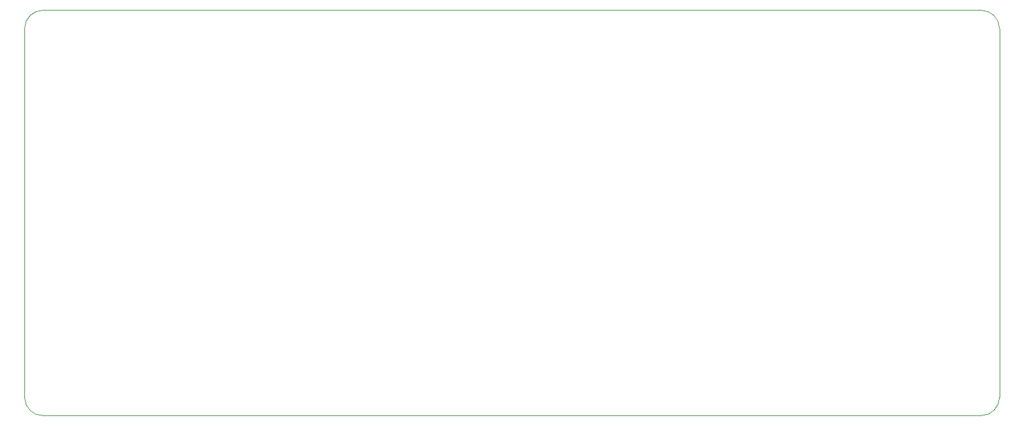
<source format=gbr>
%TF.GenerationSoftware,KiCad,Pcbnew,9.0.2*%
%TF.CreationDate,2025-06-20T14:11:32+05:30*%
%TF.ProjectId,clock,636c6f63-6b2e-46b6-9963-61645f706362,rev?*%
%TF.SameCoordinates,Original*%
%TF.FileFunction,Profile,NP*%
%FSLAX46Y46*%
G04 Gerber Fmt 4.6, Leading zero omitted, Abs format (unit mm)*
G04 Created by KiCad (PCBNEW 9.0.2) date 2025-06-20 14:11:32*
%MOMM*%
%LPD*%
G01*
G04 APERTURE LIST*
%TA.AperFunction,Profile*%
%ADD10C,0.050000*%
%TD*%
G04 APERTURE END LIST*
D10*
X44600000Y-147140000D02*
G75*
G02*
X42100000Y-144640000I0J2500000D01*
G01*
X174300000Y-144640000D02*
G75*
G02*
X171800000Y-147140000I-2500000J0D01*
G01*
X42100000Y-94600000D02*
G75*
G02*
X44600000Y-92100000I2500000J0D01*
G01*
X171800000Y-92100000D02*
G75*
G02*
X174300000Y-94600000I0J-2500000D01*
G01*
X42100000Y-144640000D02*
X42100000Y-94600000D01*
X171800000Y-147140000D02*
X44600000Y-147140000D01*
X174300000Y-94600000D02*
X174300000Y-144640000D01*
X44600000Y-92100000D02*
X171800000Y-92100000D01*
M02*

</source>
